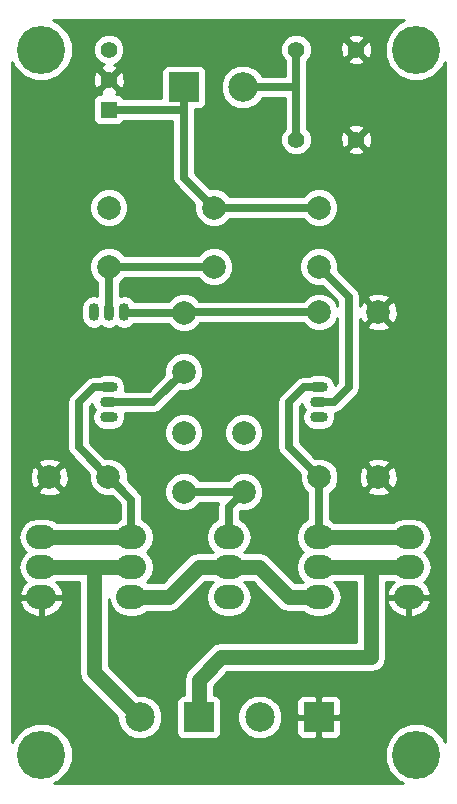
<source format=gtl>
G04 #@! TF.FileFunction,Copper,L1,Top,Signal*
%FSLAX46Y46*%
G04 Gerber Fmt 4.6, Leading zero omitted, Abs format (unit mm)*
G04 Created by KiCad (PCBNEW 4.0.2-stable) date 12/06/2016 3:02:18 PM*
%MOMM*%
G01*
G04 APERTURE LIST*
%ADD10C,0.100000*%
%ADD11C,1.998980*%
%ADD12O,2.540000X2.032000*%
%ADD13O,0.899160X1.501140*%
%ADD14O,1.501140X0.899160*%
%ADD15C,1.397000*%
%ADD16C,4.064000*%
%ADD17R,2.500000X2.500000*%
%ADD18C,2.500000*%
%ADD19R,1.397000X1.397000*%
%ADD20C,0.635000*%
%ADD21C,1.270000*%
%ADD22C,0.254000*%
G04 APERTURE END LIST*
D10*
D11*
X148590000Y-104180640D03*
X148590000Y-109181900D03*
X153670000Y-104180640D03*
X153670000Y-109181900D03*
D12*
X152400000Y-115570000D03*
X152400000Y-118110000D03*
X152400000Y-113030000D03*
X167640000Y-115570000D03*
X167640000Y-118110000D03*
X167640000Y-113030000D03*
D13*
X142240000Y-93980000D03*
X140970000Y-93980000D03*
X143510000Y-93980000D03*
D14*
X160020000Y-101600000D03*
X160020000Y-102870000D03*
X160020000Y-100330000D03*
D12*
X160020000Y-115570000D03*
X160020000Y-118110000D03*
X160020000Y-113030000D03*
X136525000Y-115570000D03*
X136525000Y-118110000D03*
X136525000Y-113030000D03*
X144145000Y-115570000D03*
X144145000Y-118110000D03*
X144145000Y-113030000D03*
D14*
X142240000Y-101600000D03*
X142240000Y-102870000D03*
X142240000Y-100330000D03*
D11*
X151130000Y-85130640D03*
X151130000Y-90131900D03*
X142240000Y-85130640D03*
X142240000Y-90131900D03*
X160060640Y-93980000D03*
X165061900Y-93980000D03*
X160020000Y-85130640D03*
X160020000Y-90131900D03*
X165059360Y-107950000D03*
X160058100Y-107950000D03*
X137200640Y-107950000D03*
X142201900Y-107950000D03*
X148590000Y-94020640D03*
X148590000Y-99021900D03*
D15*
X163195000Y-79375000D03*
X158115000Y-79375000D03*
X163195000Y-71755000D03*
X158115000Y-71755000D03*
D16*
X168275000Y-71755000D03*
X136525000Y-71755000D03*
X136525000Y-131445000D03*
X168275000Y-131445000D03*
D17*
X148590000Y-74930000D03*
D18*
X153590000Y-74930000D03*
D17*
X149860000Y-128270000D03*
D18*
X144860000Y-128270000D03*
D17*
X160020000Y-128270000D03*
D18*
X155020000Y-128270000D03*
D19*
X142240000Y-76835000D03*
D15*
X142240000Y-74295000D03*
X142240000Y-71755000D03*
D20*
X142240000Y-76835000D02*
X148590000Y-76835000D01*
X148590000Y-74930000D02*
X148590000Y-76835000D01*
X148590000Y-76835000D02*
X148590000Y-80010000D01*
X148590000Y-80010000D02*
X148590000Y-81915000D01*
X148590000Y-81915000D02*
X148590000Y-82590640D01*
X148590000Y-82590640D02*
X151130000Y-85130640D01*
X160020000Y-85130640D02*
X151130000Y-85130640D01*
X158115000Y-71755000D02*
X158115000Y-74930000D01*
X153590000Y-74930000D02*
X158115000Y-74930000D01*
X158115000Y-74930000D02*
X158115000Y-79375000D01*
D21*
X165059360Y-93982540D02*
X165061900Y-93980000D01*
X137200640Y-107950000D02*
X137160000Y-107950000D01*
X165061900Y-93980000D02*
X165061900Y-94018100D01*
X165100000Y-107988100D02*
X165061900Y-107950000D01*
D20*
X142240000Y-90131900D02*
X151130000Y-90131900D01*
X142240000Y-93980000D02*
X142240000Y-90131900D01*
X148590000Y-94020640D02*
X143550640Y-94020640D01*
X143550640Y-94020640D02*
X143510000Y-93980000D01*
X160060640Y-93980000D02*
X148630640Y-93980000D01*
X148630640Y-93980000D02*
X148590000Y-94020640D01*
X148590000Y-94020640D02*
X148671280Y-94020640D01*
X148549360Y-93980000D02*
X148590000Y-94020640D01*
X160020000Y-101600000D02*
X161290000Y-101600000D01*
X162560000Y-92671900D02*
X160020000Y-90131900D01*
X162560000Y-100330000D02*
X162560000Y-92671900D01*
X161290000Y-101600000D02*
X162560000Y-100330000D01*
X160020000Y-113030000D02*
X160020000Y-107988100D01*
X160020000Y-107988100D02*
X160058100Y-107950000D01*
X160058100Y-107950000D02*
X160020000Y-107950000D01*
X160020000Y-107950000D02*
X157480000Y-105410000D01*
X158750000Y-100330000D02*
X160020000Y-100330000D01*
X157480000Y-101600000D02*
X158750000Y-100330000D01*
X157480000Y-105410000D02*
X157480000Y-101600000D01*
D21*
X160020000Y-107988100D02*
X160058100Y-107950000D01*
X167640000Y-113030000D02*
X160020000Y-113030000D01*
D20*
X153670000Y-109181900D02*
X148590000Y-109181900D01*
X152400000Y-113030000D02*
X152400000Y-110451900D01*
X152400000Y-110451900D02*
X153670000Y-109181900D01*
X153670000Y-109181900D02*
X153670000Y-109220000D01*
X148590000Y-109220000D02*
X148590000Y-109181900D01*
X142240000Y-100330000D02*
X140970000Y-100330000D01*
X139700000Y-105448100D02*
X142201900Y-107950000D01*
X139700000Y-101600000D02*
X139700000Y-105448100D01*
X140970000Y-100330000D02*
X139700000Y-101600000D01*
X142201900Y-107950000D02*
X142240000Y-107950000D01*
X142240000Y-107950000D02*
X144145000Y-109855000D01*
X144145000Y-109855000D02*
X144145000Y-113030000D01*
D21*
X144145000Y-113030000D02*
X136525000Y-113030000D01*
D20*
X142240000Y-101600000D02*
X146011900Y-101600000D01*
X146011900Y-101600000D02*
X148590000Y-99021900D01*
D21*
X149860000Y-128270000D02*
X149860000Y-125095000D01*
X164465000Y-123190000D02*
X164465000Y-115570000D01*
X151765000Y-123190000D02*
X164465000Y-123190000D01*
X149860000Y-125095000D02*
X151765000Y-123190000D01*
X167640000Y-115570000D02*
X164465000Y-115570000D01*
X164465000Y-115570000D02*
X160020000Y-115570000D01*
X144860000Y-128270000D02*
X144780000Y-128270000D01*
X144780000Y-128270000D02*
X140970000Y-124460000D01*
X140970000Y-124460000D02*
X140970000Y-115570000D01*
X136525000Y-115570000D02*
X140970000Y-115570000D01*
X140970000Y-115570000D02*
X144145000Y-115570000D01*
X152400000Y-115570000D02*
X149860000Y-115570000D01*
X147320000Y-118110000D02*
X149860000Y-115570000D01*
X147320000Y-118110000D02*
X144145000Y-118110000D01*
X152400000Y-115570000D02*
X154940000Y-115570000D01*
X157480000Y-118110000D02*
X154940000Y-115570000D01*
X157480000Y-118110000D02*
X160020000Y-118110000D01*
D22*
G36*
X166766239Y-69492709D02*
X166015345Y-70242293D01*
X165608464Y-71222173D01*
X165607538Y-72283172D01*
X166012709Y-73263761D01*
X166762293Y-74014655D01*
X167742173Y-74421536D01*
X168803172Y-74422462D01*
X169783761Y-74017291D01*
X170534655Y-73267707D01*
X170715000Y-72833387D01*
X170715000Y-130366328D01*
X170537291Y-129936239D01*
X169787707Y-129185345D01*
X168807827Y-128778464D01*
X167746828Y-128777538D01*
X166766239Y-129182709D01*
X166015345Y-129932293D01*
X165608464Y-130912173D01*
X165607538Y-131973172D01*
X166012709Y-132953761D01*
X166762293Y-133704655D01*
X167196613Y-133885000D01*
X137603672Y-133885000D01*
X138033761Y-133707291D01*
X138784655Y-132957707D01*
X139191536Y-131977827D01*
X139192462Y-130916828D01*
X138787291Y-129936239D01*
X138037707Y-129185345D01*
X137057827Y-128778464D01*
X135996828Y-128777538D01*
X135016239Y-129182709D01*
X134265345Y-129932293D01*
X134085000Y-130366613D01*
X134085000Y-118492944D01*
X134665025Y-118492944D01*
X134697074Y-118624477D01*
X135013764Y-119187630D01*
X135521857Y-119586724D01*
X136144000Y-119761000D01*
X136398000Y-119761000D01*
X136398000Y-118237000D01*
X136652000Y-118237000D01*
X136652000Y-119761000D01*
X136906000Y-119761000D01*
X137528143Y-119586724D01*
X138036236Y-119187630D01*
X138352926Y-118624477D01*
X138384975Y-118492944D01*
X138265836Y-118237000D01*
X136652000Y-118237000D01*
X136398000Y-118237000D01*
X134784164Y-118237000D01*
X134665025Y-118492944D01*
X134085000Y-118492944D01*
X134085000Y-113030000D01*
X134582679Y-113030000D01*
X134708354Y-113661810D01*
X135066246Y-114197433D01*
X135219748Y-114300000D01*
X135066246Y-114402567D01*
X134708354Y-114938190D01*
X134582679Y-115570000D01*
X134708354Y-116201810D01*
X135066246Y-116737433D01*
X135240781Y-116854054D01*
X135013764Y-117032370D01*
X134697074Y-117595523D01*
X134665025Y-117727056D01*
X134784164Y-117983000D01*
X136398000Y-117983000D01*
X136398000Y-117963000D01*
X136652000Y-117963000D01*
X136652000Y-117983000D01*
X138265836Y-117983000D01*
X138384975Y-117727056D01*
X138352926Y-117595523D01*
X138036236Y-117032370D01*
X137809219Y-116854054D01*
X137830252Y-116840000D01*
X139700000Y-116840000D01*
X139700000Y-124459995D01*
X139699999Y-124460000D01*
X139796673Y-124946008D01*
X140071974Y-125358026D01*
X142975007Y-128261059D01*
X142974674Y-128643305D01*
X143261043Y-129336372D01*
X143790839Y-129867093D01*
X144483405Y-130154672D01*
X145233305Y-130155326D01*
X145926372Y-129868957D01*
X146457093Y-129339161D01*
X146744672Y-128646595D01*
X146745326Y-127896695D01*
X146458957Y-127203628D01*
X145929161Y-126672907D01*
X145236595Y-126385328D01*
X144690903Y-126384852D01*
X142240000Y-123933948D01*
X142240000Y-118297625D01*
X142328354Y-118741810D01*
X142686246Y-119277433D01*
X143221869Y-119635325D01*
X143853679Y-119761000D01*
X144436321Y-119761000D01*
X145068131Y-119635325D01*
X145450252Y-119380000D01*
X147319995Y-119380000D01*
X147320000Y-119380001D01*
X147806008Y-119283327D01*
X148218026Y-119008026D01*
X150386051Y-116840000D01*
X151094748Y-116840000D01*
X150941246Y-116942567D01*
X150583354Y-117478190D01*
X150457679Y-118110000D01*
X150583354Y-118741810D01*
X150941246Y-119277433D01*
X151476869Y-119635325D01*
X152108679Y-119761000D01*
X152691321Y-119761000D01*
X153323131Y-119635325D01*
X153858754Y-119277433D01*
X154216646Y-118741810D01*
X154342321Y-118110000D01*
X154216646Y-117478190D01*
X153858754Y-116942567D01*
X153705252Y-116840000D01*
X154413948Y-116840000D01*
X156581972Y-119008023D01*
X156581974Y-119008026D01*
X156993992Y-119283327D01*
X157480000Y-119380000D01*
X158714748Y-119380000D01*
X159096869Y-119635325D01*
X159728679Y-119761000D01*
X160311321Y-119761000D01*
X160943131Y-119635325D01*
X161478754Y-119277433D01*
X161836646Y-118741810D01*
X161962321Y-118110000D01*
X161836646Y-117478190D01*
X161478754Y-116942567D01*
X161325252Y-116840000D01*
X163195000Y-116840000D01*
X163195000Y-121920000D01*
X151765005Y-121920000D01*
X151765000Y-121919999D01*
X151278992Y-122016673D01*
X150866974Y-122291974D01*
X150866972Y-122291977D01*
X148961974Y-124196974D01*
X148686673Y-124608992D01*
X148589999Y-125095000D01*
X148590000Y-125095005D01*
X148590000Y-126376323D01*
X148374683Y-126416838D01*
X148158559Y-126555910D01*
X148013569Y-126768110D01*
X147962560Y-127020000D01*
X147962560Y-129520000D01*
X148006838Y-129755317D01*
X148145910Y-129971441D01*
X148358110Y-130116431D01*
X148610000Y-130167440D01*
X151110000Y-130167440D01*
X151345317Y-130123162D01*
X151561441Y-129984090D01*
X151706431Y-129771890D01*
X151757440Y-129520000D01*
X151757440Y-128643305D01*
X153134674Y-128643305D01*
X153421043Y-129336372D01*
X153950839Y-129867093D01*
X154643405Y-130154672D01*
X155393305Y-130155326D01*
X156086372Y-129868957D01*
X156617093Y-129339161D01*
X156904672Y-128646595D01*
X156904751Y-128555750D01*
X158135000Y-128555750D01*
X158135000Y-129646310D01*
X158231673Y-129879699D01*
X158410302Y-130058327D01*
X158643691Y-130155000D01*
X159734250Y-130155000D01*
X159893000Y-129996250D01*
X159893000Y-128397000D01*
X160147000Y-128397000D01*
X160147000Y-129996250D01*
X160305750Y-130155000D01*
X161396309Y-130155000D01*
X161629698Y-130058327D01*
X161808327Y-129879699D01*
X161905000Y-129646310D01*
X161905000Y-128555750D01*
X161746250Y-128397000D01*
X160147000Y-128397000D01*
X159893000Y-128397000D01*
X158293750Y-128397000D01*
X158135000Y-128555750D01*
X156904751Y-128555750D01*
X156905326Y-127896695D01*
X156618957Y-127203628D01*
X156309560Y-126893690D01*
X158135000Y-126893690D01*
X158135000Y-127984250D01*
X158293750Y-128143000D01*
X159893000Y-128143000D01*
X159893000Y-126543750D01*
X160147000Y-126543750D01*
X160147000Y-128143000D01*
X161746250Y-128143000D01*
X161905000Y-127984250D01*
X161905000Y-126893690D01*
X161808327Y-126660301D01*
X161629698Y-126481673D01*
X161396309Y-126385000D01*
X160305750Y-126385000D01*
X160147000Y-126543750D01*
X159893000Y-126543750D01*
X159734250Y-126385000D01*
X158643691Y-126385000D01*
X158410302Y-126481673D01*
X158231673Y-126660301D01*
X158135000Y-126893690D01*
X156309560Y-126893690D01*
X156089161Y-126672907D01*
X155396595Y-126385328D01*
X154646695Y-126384674D01*
X153953628Y-126671043D01*
X153422907Y-127200839D01*
X153135328Y-127893405D01*
X153134674Y-128643305D01*
X151757440Y-128643305D01*
X151757440Y-127020000D01*
X151713162Y-126784683D01*
X151574090Y-126568559D01*
X151361890Y-126423569D01*
X151130000Y-126376610D01*
X151130000Y-125621052D01*
X152291051Y-124460000D01*
X164465000Y-124460000D01*
X164951008Y-124363327D01*
X165363026Y-124088026D01*
X165638327Y-123676008D01*
X165735000Y-123190000D01*
X165735000Y-118492944D01*
X165780025Y-118492944D01*
X165812074Y-118624477D01*
X166128764Y-119187630D01*
X166636857Y-119586724D01*
X167259000Y-119761000D01*
X167513000Y-119761000D01*
X167513000Y-118237000D01*
X167767000Y-118237000D01*
X167767000Y-119761000D01*
X168021000Y-119761000D01*
X168643143Y-119586724D01*
X169151236Y-119187630D01*
X169467926Y-118624477D01*
X169499975Y-118492944D01*
X169380836Y-118237000D01*
X167767000Y-118237000D01*
X167513000Y-118237000D01*
X165899164Y-118237000D01*
X165780025Y-118492944D01*
X165735000Y-118492944D01*
X165735000Y-116840000D01*
X166334748Y-116840000D01*
X166355781Y-116854054D01*
X166128764Y-117032370D01*
X165812074Y-117595523D01*
X165780025Y-117727056D01*
X165899164Y-117983000D01*
X167513000Y-117983000D01*
X167513000Y-117963000D01*
X167767000Y-117963000D01*
X167767000Y-117983000D01*
X169380836Y-117983000D01*
X169499975Y-117727056D01*
X169467926Y-117595523D01*
X169151236Y-117032370D01*
X168924219Y-116854054D01*
X169098754Y-116737433D01*
X169456646Y-116201810D01*
X169582321Y-115570000D01*
X169456646Y-114938190D01*
X169098754Y-114402567D01*
X168945252Y-114300000D01*
X169098754Y-114197433D01*
X169456646Y-113661810D01*
X169582321Y-113030000D01*
X169456646Y-112398190D01*
X169098754Y-111862567D01*
X168563131Y-111504675D01*
X167931321Y-111379000D01*
X167348679Y-111379000D01*
X166716869Y-111504675D01*
X166334748Y-111760000D01*
X161325252Y-111760000D01*
X160972500Y-111524299D01*
X160972500Y-109340699D01*
X160982755Y-109336462D01*
X161217463Y-109102163D01*
X164086803Y-109102163D01*
X164185402Y-109368965D01*
X164794942Y-109595401D01*
X165444737Y-109571341D01*
X165933318Y-109368965D01*
X166031917Y-109102163D01*
X165059360Y-108129605D01*
X164086803Y-109102163D01*
X161217463Y-109102163D01*
X161442946Y-108877073D01*
X161692306Y-108276547D01*
X161692822Y-107685582D01*
X163413959Y-107685582D01*
X163438019Y-108335377D01*
X163640395Y-108823958D01*
X163907197Y-108922557D01*
X164879755Y-107950000D01*
X165238965Y-107950000D01*
X166211523Y-108922557D01*
X166478325Y-108823958D01*
X166704761Y-108214418D01*
X166680701Y-107564623D01*
X166478325Y-107076042D01*
X166211523Y-106977443D01*
X165238965Y-107950000D01*
X164879755Y-107950000D01*
X163907197Y-106977443D01*
X163640395Y-107076042D01*
X163413959Y-107685582D01*
X161692822Y-107685582D01*
X161692874Y-107626306D01*
X161444562Y-107025345D01*
X161217451Y-106797837D01*
X164086803Y-106797837D01*
X165059360Y-107770395D01*
X166031917Y-106797837D01*
X165933318Y-106531035D01*
X165323778Y-106304599D01*
X164673983Y-106328659D01*
X164185402Y-106531035D01*
X164086803Y-106797837D01*
X161217451Y-106797837D01*
X160985173Y-106565154D01*
X160384647Y-106315794D01*
X159734406Y-106315226D01*
X159732891Y-106315852D01*
X158432500Y-105015462D01*
X158432500Y-101994538D01*
X158643744Y-101783294D01*
X158689844Y-102015051D01*
X158836809Y-102235000D01*
X158689844Y-102454949D01*
X158607285Y-102870000D01*
X158689844Y-103285051D01*
X158924951Y-103636914D01*
X159276814Y-103872021D01*
X159691865Y-103954580D01*
X160348135Y-103954580D01*
X160763186Y-103872021D01*
X161115049Y-103636914D01*
X161350156Y-103285051D01*
X161432715Y-102870000D01*
X161366532Y-102537277D01*
X161654506Y-102479995D01*
X161963519Y-102273519D01*
X163233519Y-101003519D01*
X163439995Y-100694506D01*
X163512500Y-100330000D01*
X163512500Y-95132163D01*
X164089343Y-95132163D01*
X164187942Y-95398965D01*
X164797482Y-95625401D01*
X165447277Y-95601341D01*
X165935858Y-95398965D01*
X166034457Y-95132163D01*
X165061900Y-94159605D01*
X164089343Y-95132163D01*
X163512500Y-95132163D01*
X163512500Y-94539059D01*
X163642935Y-94853958D01*
X163909737Y-94952557D01*
X164882295Y-93980000D01*
X165241505Y-93980000D01*
X166214063Y-94952557D01*
X166480865Y-94853958D01*
X166707301Y-94244418D01*
X166683241Y-93594623D01*
X166480865Y-93106042D01*
X166214063Y-93007443D01*
X165241505Y-93980000D01*
X164882295Y-93980000D01*
X163909737Y-93007443D01*
X163642935Y-93106042D01*
X163512500Y-93457158D01*
X163512500Y-92827837D01*
X164089343Y-92827837D01*
X165061900Y-93800395D01*
X166034457Y-92827837D01*
X165935858Y-92561035D01*
X165326318Y-92334599D01*
X164676523Y-92358659D01*
X164187942Y-92561035D01*
X164089343Y-92827837D01*
X163512500Y-92827837D01*
X163512500Y-92671900D01*
X163439995Y-92307394D01*
X163233519Y-91998380D01*
X161654240Y-90419102D01*
X161654774Y-89808206D01*
X161406462Y-89207245D01*
X160947073Y-88747054D01*
X160346547Y-88497694D01*
X159696306Y-88497126D01*
X159095345Y-88745438D01*
X158635154Y-89204827D01*
X158385794Y-89805353D01*
X158385226Y-90455594D01*
X158633538Y-91056555D01*
X159092927Y-91516746D01*
X159693453Y-91766106D01*
X160307704Y-91766643D01*
X161607500Y-93066439D01*
X161607500Y-93443538D01*
X161447102Y-93055345D01*
X160987713Y-92595154D01*
X160387187Y-92345794D01*
X159736946Y-92345226D01*
X159135985Y-92593538D01*
X158701265Y-93027500D01*
X149908096Y-93027500D01*
X149517073Y-92635794D01*
X148916547Y-92386434D01*
X148266306Y-92385866D01*
X147665345Y-92634178D01*
X147230625Y-93068140D01*
X144399317Y-93068140D01*
X144276914Y-92884951D01*
X143925051Y-92649844D01*
X143510000Y-92567285D01*
X143192500Y-92630440D01*
X143192500Y-91490566D01*
X143599375Y-91084400D01*
X149771334Y-91084400D01*
X150202927Y-91516746D01*
X150803453Y-91766106D01*
X151453694Y-91766674D01*
X152054655Y-91518362D01*
X152514846Y-91058973D01*
X152764206Y-90458447D01*
X152764774Y-89808206D01*
X152516462Y-89207245D01*
X152057073Y-88747054D01*
X151456547Y-88497694D01*
X150806306Y-88497126D01*
X150205345Y-88745438D01*
X149770625Y-89179400D01*
X143598666Y-89179400D01*
X143167073Y-88747054D01*
X142566547Y-88497694D01*
X141916306Y-88497126D01*
X141315345Y-88745438D01*
X140855154Y-89204827D01*
X140605794Y-89805353D01*
X140605226Y-90455594D01*
X140853538Y-91056555D01*
X141287500Y-91491275D01*
X141287500Y-92630440D01*
X140970000Y-92567285D01*
X140554949Y-92649844D01*
X140203086Y-92884951D01*
X139967979Y-93236814D01*
X139885420Y-93651865D01*
X139885420Y-94308135D01*
X139967979Y-94723186D01*
X140203086Y-95075049D01*
X140554949Y-95310156D01*
X140970000Y-95392715D01*
X141385051Y-95310156D01*
X141605000Y-95163191D01*
X141824949Y-95310156D01*
X142240000Y-95392715D01*
X142655051Y-95310156D01*
X142875000Y-95163191D01*
X143094949Y-95310156D01*
X143510000Y-95392715D01*
X143925051Y-95310156D01*
X144276914Y-95075049D01*
X144345007Y-94973140D01*
X147231334Y-94973140D01*
X147662927Y-95405486D01*
X148263453Y-95654846D01*
X148913694Y-95655414D01*
X149514655Y-95407102D01*
X149974846Y-94947713D01*
X149981163Y-94932500D01*
X158701974Y-94932500D01*
X159133567Y-95364846D01*
X159734093Y-95614206D01*
X160384334Y-95614774D01*
X160985295Y-95366462D01*
X161445486Y-94907073D01*
X161607500Y-94516900D01*
X161607500Y-99935462D01*
X161396256Y-100146706D01*
X161350156Y-99914949D01*
X161115049Y-99563086D01*
X160763186Y-99327979D01*
X160348135Y-99245420D01*
X159691865Y-99245420D01*
X159276814Y-99327979D01*
X159202700Y-99377500D01*
X158750000Y-99377500D01*
X158385494Y-99450005D01*
X158076481Y-99656481D01*
X156806481Y-100926481D01*
X156600005Y-101235494D01*
X156527500Y-101600000D01*
X156527500Y-105410000D01*
X156600005Y-105774506D01*
X156806481Y-106083519D01*
X158423826Y-107700865D01*
X158423326Y-108273694D01*
X158671638Y-108874655D01*
X159067500Y-109271208D01*
X159067500Y-111524299D01*
X158561246Y-111862567D01*
X158203354Y-112398190D01*
X158077679Y-113030000D01*
X158203354Y-113661810D01*
X158561246Y-114197433D01*
X158714748Y-114300000D01*
X158561246Y-114402567D01*
X158203354Y-114938190D01*
X158077679Y-115570000D01*
X158203354Y-116201810D01*
X158561246Y-116737433D01*
X158714748Y-116840000D01*
X158006051Y-116840000D01*
X155838026Y-114671974D01*
X155426008Y-114396673D01*
X154940000Y-114299999D01*
X154939995Y-114300000D01*
X153705252Y-114300000D01*
X153858754Y-114197433D01*
X154216646Y-113661810D01*
X154342321Y-113030000D01*
X154216646Y-112398190D01*
X153858754Y-111862567D01*
X153352500Y-111524299D01*
X153352500Y-110846438D01*
X153382798Y-110816140D01*
X153993694Y-110816674D01*
X154594655Y-110568362D01*
X155054846Y-110108973D01*
X155304206Y-109508447D01*
X155304774Y-108858206D01*
X155056462Y-108257245D01*
X154597073Y-107797054D01*
X153996547Y-107547694D01*
X153346306Y-107547126D01*
X152745345Y-107795438D01*
X152310625Y-108229400D01*
X149948666Y-108229400D01*
X149517073Y-107797054D01*
X148916547Y-107547694D01*
X148266306Y-107547126D01*
X147665345Y-107795438D01*
X147205154Y-108254827D01*
X146955794Y-108855353D01*
X146955226Y-109505594D01*
X147203538Y-110106555D01*
X147662927Y-110566746D01*
X148263453Y-110816106D01*
X148913694Y-110816674D01*
X149514655Y-110568362D01*
X149949375Y-110134400D01*
X151510655Y-110134400D01*
X151447500Y-110451900D01*
X151447500Y-111524299D01*
X150941246Y-111862567D01*
X150583354Y-112398190D01*
X150457679Y-113030000D01*
X150583354Y-113661810D01*
X150941246Y-114197433D01*
X151094748Y-114300000D01*
X149860000Y-114300000D01*
X149373992Y-114396673D01*
X148961974Y-114671974D01*
X148961972Y-114671977D01*
X146793948Y-116840000D01*
X145450252Y-116840000D01*
X145603754Y-116737433D01*
X145961646Y-116201810D01*
X146087321Y-115570000D01*
X145961646Y-114938190D01*
X145603754Y-114402567D01*
X145450252Y-114300000D01*
X145603754Y-114197433D01*
X145961646Y-113661810D01*
X146087321Y-113030000D01*
X145961646Y-112398190D01*
X145603754Y-111862567D01*
X145097500Y-111524299D01*
X145097500Y-109855000D01*
X145024995Y-109490494D01*
X144818519Y-109181481D01*
X143836174Y-108199136D01*
X143836674Y-107626306D01*
X143588362Y-107025345D01*
X143128973Y-106565154D01*
X142528447Y-106315794D01*
X141914195Y-106315257D01*
X140652500Y-105053562D01*
X140652500Y-104504334D01*
X146955226Y-104504334D01*
X147203538Y-105105295D01*
X147662927Y-105565486D01*
X148263453Y-105814846D01*
X148913694Y-105815414D01*
X149514655Y-105567102D01*
X149974846Y-105107713D01*
X150224206Y-104507187D01*
X150224208Y-104504334D01*
X152035226Y-104504334D01*
X152283538Y-105105295D01*
X152742927Y-105565486D01*
X153343453Y-105814846D01*
X153993694Y-105815414D01*
X154594655Y-105567102D01*
X155054846Y-105107713D01*
X155304206Y-104507187D01*
X155304774Y-103856946D01*
X155056462Y-103255985D01*
X154597073Y-102795794D01*
X153996547Y-102546434D01*
X153346306Y-102545866D01*
X152745345Y-102794178D01*
X152285154Y-103253567D01*
X152035794Y-103854093D01*
X152035226Y-104504334D01*
X150224208Y-104504334D01*
X150224774Y-103856946D01*
X149976462Y-103255985D01*
X149517073Y-102795794D01*
X148916547Y-102546434D01*
X148266306Y-102545866D01*
X147665345Y-102794178D01*
X147205154Y-103253567D01*
X146955794Y-103854093D01*
X146955226Y-104504334D01*
X140652500Y-104504334D01*
X140652500Y-101994538D01*
X140863744Y-101783294D01*
X140909844Y-102015051D01*
X141056809Y-102235000D01*
X140909844Y-102454949D01*
X140827285Y-102870000D01*
X140909844Y-103285051D01*
X141144951Y-103636914D01*
X141496814Y-103872021D01*
X141911865Y-103954580D01*
X142568135Y-103954580D01*
X142983186Y-103872021D01*
X143335049Y-103636914D01*
X143570156Y-103285051D01*
X143652715Y-102870000D01*
X143589560Y-102552500D01*
X146011900Y-102552500D01*
X146376406Y-102479995D01*
X146685419Y-102273519D01*
X148302798Y-100656140D01*
X148913694Y-100656674D01*
X149514655Y-100408362D01*
X149974846Y-99948973D01*
X150224206Y-99348447D01*
X150224774Y-98698206D01*
X149976462Y-98097245D01*
X149517073Y-97637054D01*
X148916547Y-97387694D01*
X148266306Y-97387126D01*
X147665345Y-97635438D01*
X147205154Y-98094827D01*
X146955794Y-98695353D01*
X146955257Y-99309605D01*
X145617362Y-100647500D01*
X143589560Y-100647500D01*
X143652715Y-100330000D01*
X143570156Y-99914949D01*
X143335049Y-99563086D01*
X142983186Y-99327979D01*
X142568135Y-99245420D01*
X141911865Y-99245420D01*
X141496814Y-99327979D01*
X141422700Y-99377500D01*
X140970000Y-99377500D01*
X140605494Y-99450005D01*
X140296481Y-99656481D01*
X139026481Y-100926481D01*
X138820005Y-101235494D01*
X138747500Y-101600000D01*
X138747500Y-105448100D01*
X138820005Y-105812606D01*
X139026481Y-106121619D01*
X140567660Y-107662798D01*
X140567126Y-108273694D01*
X140815438Y-108874655D01*
X141274827Y-109334846D01*
X141875353Y-109584206D01*
X142525594Y-109584774D01*
X142527110Y-109584148D01*
X143192500Y-110249538D01*
X143192500Y-111524299D01*
X142839748Y-111760000D01*
X137830252Y-111760000D01*
X137448131Y-111504675D01*
X136816321Y-111379000D01*
X136233679Y-111379000D01*
X135601869Y-111504675D01*
X135066246Y-111862567D01*
X134708354Y-112398190D01*
X134582679Y-113030000D01*
X134085000Y-113030000D01*
X134085000Y-109102163D01*
X136228083Y-109102163D01*
X136326682Y-109368965D01*
X136936222Y-109595401D01*
X137586017Y-109571341D01*
X138074598Y-109368965D01*
X138173197Y-109102163D01*
X137200640Y-108129605D01*
X136228083Y-109102163D01*
X134085000Y-109102163D01*
X134085000Y-107685582D01*
X135555239Y-107685582D01*
X135579299Y-108335377D01*
X135781675Y-108823958D01*
X136048477Y-108922557D01*
X137021035Y-107950000D01*
X137380245Y-107950000D01*
X138352803Y-108922557D01*
X138619605Y-108823958D01*
X138846041Y-108214418D01*
X138821981Y-107564623D01*
X138619605Y-107076042D01*
X138352803Y-106977443D01*
X137380245Y-107950000D01*
X137021035Y-107950000D01*
X136048477Y-106977443D01*
X135781675Y-107076042D01*
X135555239Y-107685582D01*
X134085000Y-107685582D01*
X134085000Y-106797837D01*
X136228083Y-106797837D01*
X137200640Y-107770395D01*
X138173197Y-106797837D01*
X138074598Y-106531035D01*
X137465058Y-106304599D01*
X136815263Y-106328659D01*
X136326682Y-106531035D01*
X136228083Y-106797837D01*
X134085000Y-106797837D01*
X134085000Y-85454334D01*
X140605226Y-85454334D01*
X140853538Y-86055295D01*
X141312927Y-86515486D01*
X141913453Y-86764846D01*
X142563694Y-86765414D01*
X143164655Y-86517102D01*
X143624846Y-86057713D01*
X143874206Y-85457187D01*
X143874774Y-84806946D01*
X143626462Y-84205985D01*
X143167073Y-83745794D01*
X142566547Y-83496434D01*
X141916306Y-83495866D01*
X141315345Y-83744178D01*
X140855154Y-84203567D01*
X140605794Y-84804093D01*
X140605226Y-85454334D01*
X134085000Y-85454334D01*
X134085000Y-76136500D01*
X140894060Y-76136500D01*
X140894060Y-77533500D01*
X140938338Y-77768817D01*
X141077410Y-77984941D01*
X141289610Y-78129931D01*
X141541500Y-78180940D01*
X142938500Y-78180940D01*
X143173817Y-78136662D01*
X143389941Y-77997590D01*
X143533489Y-77787500D01*
X147637500Y-77787500D01*
X147637500Y-82590640D01*
X147710005Y-82955146D01*
X147916481Y-83264159D01*
X149495760Y-84843438D01*
X149495226Y-85454334D01*
X149743538Y-86055295D01*
X150202927Y-86515486D01*
X150803453Y-86764846D01*
X151453694Y-86765414D01*
X152054655Y-86517102D01*
X152489375Y-86083140D01*
X158661334Y-86083140D01*
X159092927Y-86515486D01*
X159693453Y-86764846D01*
X160343694Y-86765414D01*
X160944655Y-86517102D01*
X161404846Y-86057713D01*
X161654206Y-85457187D01*
X161654774Y-84806946D01*
X161406462Y-84205985D01*
X160947073Y-83745794D01*
X160346547Y-83496434D01*
X159696306Y-83495866D01*
X159095345Y-83744178D01*
X158660625Y-84178140D01*
X152488666Y-84178140D01*
X152057073Y-83745794D01*
X151456547Y-83496434D01*
X150842296Y-83495897D01*
X149542500Y-82196102D01*
X149542500Y-76827440D01*
X149840000Y-76827440D01*
X150075317Y-76783162D01*
X150291441Y-76644090D01*
X150436431Y-76431890D01*
X150487440Y-76180000D01*
X150487440Y-75303305D01*
X151704674Y-75303305D01*
X151991043Y-75996372D01*
X152520839Y-76527093D01*
X153213405Y-76814672D01*
X153963305Y-76815326D01*
X154656372Y-76528957D01*
X155187093Y-75999161D01*
X155235535Y-75882500D01*
X157162500Y-75882500D01*
X157162500Y-78441629D01*
X156985173Y-78618647D01*
X156781732Y-79108587D01*
X156781269Y-79639086D01*
X156983854Y-80129380D01*
X157358647Y-80504827D01*
X157848587Y-80708268D01*
X158379086Y-80708731D01*
X158869380Y-80506146D01*
X159066681Y-80309188D01*
X162440417Y-80309188D01*
X162502071Y-80544800D01*
X163002480Y-80720927D01*
X163532199Y-80692148D01*
X163887929Y-80544800D01*
X163949583Y-80309188D01*
X163195000Y-79554605D01*
X162440417Y-80309188D01*
X159066681Y-80309188D01*
X159244827Y-80131353D01*
X159448268Y-79641413D01*
X159448668Y-79182480D01*
X161849073Y-79182480D01*
X161877852Y-79712199D01*
X162025200Y-80067929D01*
X162260812Y-80129583D01*
X163015395Y-79375000D01*
X163374605Y-79375000D01*
X164129188Y-80129583D01*
X164364800Y-80067929D01*
X164540927Y-79567520D01*
X164512148Y-79037801D01*
X164364800Y-78682071D01*
X164129188Y-78620417D01*
X163374605Y-79375000D01*
X163015395Y-79375000D01*
X162260812Y-78620417D01*
X162025200Y-78682071D01*
X161849073Y-79182480D01*
X159448668Y-79182480D01*
X159448731Y-79110914D01*
X159246146Y-78620620D01*
X159067500Y-78441662D01*
X159067500Y-78440812D01*
X162440417Y-78440812D01*
X163195000Y-79195395D01*
X163949583Y-78440812D01*
X163887929Y-78205200D01*
X163387520Y-78029073D01*
X162857801Y-78057852D01*
X162502071Y-78205200D01*
X162440417Y-78440812D01*
X159067500Y-78440812D01*
X159067500Y-72689188D01*
X162440417Y-72689188D01*
X162502071Y-72924800D01*
X163002480Y-73100927D01*
X163532199Y-73072148D01*
X163887929Y-72924800D01*
X163949583Y-72689188D01*
X163195000Y-71934605D01*
X162440417Y-72689188D01*
X159067500Y-72689188D01*
X159067500Y-72688371D01*
X159244827Y-72511353D01*
X159448268Y-72021413D01*
X159448668Y-71562480D01*
X161849073Y-71562480D01*
X161877852Y-72092199D01*
X162025200Y-72447929D01*
X162260812Y-72509583D01*
X163015395Y-71755000D01*
X163374605Y-71755000D01*
X164129188Y-72509583D01*
X164364800Y-72447929D01*
X164540927Y-71947520D01*
X164512148Y-71417801D01*
X164364800Y-71062071D01*
X164129188Y-71000417D01*
X163374605Y-71755000D01*
X163015395Y-71755000D01*
X162260812Y-71000417D01*
X162025200Y-71062071D01*
X161849073Y-71562480D01*
X159448668Y-71562480D01*
X159448731Y-71490914D01*
X159246146Y-71000620D01*
X159066652Y-70820812D01*
X162440417Y-70820812D01*
X163195000Y-71575395D01*
X163949583Y-70820812D01*
X163887929Y-70585200D01*
X163387520Y-70409073D01*
X162857801Y-70437852D01*
X162502071Y-70585200D01*
X162440417Y-70820812D01*
X159066652Y-70820812D01*
X158871353Y-70625173D01*
X158381413Y-70421732D01*
X157850914Y-70421269D01*
X157360620Y-70623854D01*
X156985173Y-70998647D01*
X156781732Y-71488587D01*
X156781269Y-72019086D01*
X156983854Y-72509380D01*
X157162500Y-72688338D01*
X157162500Y-73977500D01*
X155236008Y-73977500D01*
X155188957Y-73863628D01*
X154659161Y-73332907D01*
X153966595Y-73045328D01*
X153216695Y-73044674D01*
X152523628Y-73331043D01*
X151992907Y-73860839D01*
X151705328Y-74553405D01*
X151704674Y-75303305D01*
X150487440Y-75303305D01*
X150487440Y-73680000D01*
X150443162Y-73444683D01*
X150304090Y-73228559D01*
X150091890Y-73083569D01*
X149840000Y-73032560D01*
X147340000Y-73032560D01*
X147104683Y-73076838D01*
X146888559Y-73215910D01*
X146743569Y-73428110D01*
X146692560Y-73680000D01*
X146692560Y-75882500D01*
X143529640Y-75882500D01*
X143402590Y-75685059D01*
X143190390Y-75540069D01*
X142938500Y-75489060D01*
X142874360Y-75489060D01*
X142932929Y-75464800D01*
X142994583Y-75229188D01*
X142240000Y-74474605D01*
X141485417Y-75229188D01*
X141547071Y-75464800D01*
X141615998Y-75489060D01*
X141541500Y-75489060D01*
X141306183Y-75533338D01*
X141090059Y-75672410D01*
X140945069Y-75884610D01*
X140894060Y-76136500D01*
X134085000Y-76136500D01*
X134085000Y-72833672D01*
X134262709Y-73263761D01*
X135012293Y-74014655D01*
X135992173Y-74421536D01*
X137053172Y-74422462D01*
X137827587Y-74102480D01*
X140894073Y-74102480D01*
X140922852Y-74632199D01*
X141070200Y-74987929D01*
X141305812Y-75049583D01*
X142060395Y-74295000D01*
X142419605Y-74295000D01*
X143174188Y-75049583D01*
X143409800Y-74987929D01*
X143585927Y-74487520D01*
X143557148Y-73957801D01*
X143409800Y-73602071D01*
X143174188Y-73540417D01*
X142419605Y-74295000D01*
X142060395Y-74295000D01*
X141305812Y-73540417D01*
X141070200Y-73602071D01*
X140894073Y-74102480D01*
X137827587Y-74102480D01*
X138033761Y-74017291D01*
X138784655Y-73267707D01*
X139191536Y-72287827D01*
X139191770Y-72019086D01*
X140906269Y-72019086D01*
X141108854Y-72509380D01*
X141483647Y-72884827D01*
X141805118Y-73018314D01*
X141547071Y-73125200D01*
X141485417Y-73360812D01*
X142240000Y-74115395D01*
X142994583Y-73360812D01*
X142932929Y-73125200D01*
X142653688Y-73026917D01*
X142994380Y-72886146D01*
X143369827Y-72511353D01*
X143573268Y-72021413D01*
X143573731Y-71490914D01*
X143371146Y-71000620D01*
X142996353Y-70625173D01*
X142506413Y-70421732D01*
X141975914Y-70421269D01*
X141485620Y-70623854D01*
X141110173Y-70998647D01*
X140906732Y-71488587D01*
X140906269Y-72019086D01*
X139191770Y-72019086D01*
X139192462Y-71226828D01*
X138787291Y-70246239D01*
X138037707Y-69495345D01*
X137543180Y-69290000D01*
X167256832Y-69290000D01*
X166766239Y-69492709D01*
X166766239Y-69492709D01*
G37*
X166766239Y-69492709D02*
X166015345Y-70242293D01*
X165608464Y-71222173D01*
X165607538Y-72283172D01*
X166012709Y-73263761D01*
X166762293Y-74014655D01*
X167742173Y-74421536D01*
X168803172Y-74422462D01*
X169783761Y-74017291D01*
X170534655Y-73267707D01*
X170715000Y-72833387D01*
X170715000Y-130366328D01*
X170537291Y-129936239D01*
X169787707Y-129185345D01*
X168807827Y-128778464D01*
X167746828Y-128777538D01*
X166766239Y-129182709D01*
X166015345Y-129932293D01*
X165608464Y-130912173D01*
X165607538Y-131973172D01*
X166012709Y-132953761D01*
X166762293Y-133704655D01*
X167196613Y-133885000D01*
X137603672Y-133885000D01*
X138033761Y-133707291D01*
X138784655Y-132957707D01*
X139191536Y-131977827D01*
X139192462Y-130916828D01*
X138787291Y-129936239D01*
X138037707Y-129185345D01*
X137057827Y-128778464D01*
X135996828Y-128777538D01*
X135016239Y-129182709D01*
X134265345Y-129932293D01*
X134085000Y-130366613D01*
X134085000Y-118492944D01*
X134665025Y-118492944D01*
X134697074Y-118624477D01*
X135013764Y-119187630D01*
X135521857Y-119586724D01*
X136144000Y-119761000D01*
X136398000Y-119761000D01*
X136398000Y-118237000D01*
X136652000Y-118237000D01*
X136652000Y-119761000D01*
X136906000Y-119761000D01*
X137528143Y-119586724D01*
X138036236Y-119187630D01*
X138352926Y-118624477D01*
X138384975Y-118492944D01*
X138265836Y-118237000D01*
X136652000Y-118237000D01*
X136398000Y-118237000D01*
X134784164Y-118237000D01*
X134665025Y-118492944D01*
X134085000Y-118492944D01*
X134085000Y-113030000D01*
X134582679Y-113030000D01*
X134708354Y-113661810D01*
X135066246Y-114197433D01*
X135219748Y-114300000D01*
X135066246Y-114402567D01*
X134708354Y-114938190D01*
X134582679Y-115570000D01*
X134708354Y-116201810D01*
X135066246Y-116737433D01*
X135240781Y-116854054D01*
X135013764Y-117032370D01*
X134697074Y-117595523D01*
X134665025Y-117727056D01*
X134784164Y-117983000D01*
X136398000Y-117983000D01*
X136398000Y-117963000D01*
X136652000Y-117963000D01*
X136652000Y-117983000D01*
X138265836Y-117983000D01*
X138384975Y-117727056D01*
X138352926Y-117595523D01*
X138036236Y-117032370D01*
X137809219Y-116854054D01*
X137830252Y-116840000D01*
X139700000Y-116840000D01*
X139700000Y-124459995D01*
X139699999Y-124460000D01*
X139796673Y-124946008D01*
X140071974Y-125358026D01*
X142975007Y-128261059D01*
X142974674Y-128643305D01*
X143261043Y-129336372D01*
X143790839Y-129867093D01*
X144483405Y-130154672D01*
X145233305Y-130155326D01*
X145926372Y-129868957D01*
X146457093Y-129339161D01*
X146744672Y-128646595D01*
X146745326Y-127896695D01*
X146458957Y-127203628D01*
X145929161Y-126672907D01*
X145236595Y-126385328D01*
X144690903Y-126384852D01*
X142240000Y-123933948D01*
X142240000Y-118297625D01*
X142328354Y-118741810D01*
X142686246Y-119277433D01*
X143221869Y-119635325D01*
X143853679Y-119761000D01*
X144436321Y-119761000D01*
X145068131Y-119635325D01*
X145450252Y-119380000D01*
X147319995Y-119380000D01*
X147320000Y-119380001D01*
X147806008Y-119283327D01*
X148218026Y-119008026D01*
X150386051Y-116840000D01*
X151094748Y-116840000D01*
X150941246Y-116942567D01*
X150583354Y-117478190D01*
X150457679Y-118110000D01*
X150583354Y-118741810D01*
X150941246Y-119277433D01*
X151476869Y-119635325D01*
X152108679Y-119761000D01*
X152691321Y-119761000D01*
X153323131Y-119635325D01*
X153858754Y-119277433D01*
X154216646Y-118741810D01*
X154342321Y-118110000D01*
X154216646Y-117478190D01*
X153858754Y-116942567D01*
X153705252Y-116840000D01*
X154413948Y-116840000D01*
X156581972Y-119008023D01*
X156581974Y-119008026D01*
X156993992Y-119283327D01*
X157480000Y-119380000D01*
X158714748Y-119380000D01*
X159096869Y-119635325D01*
X159728679Y-119761000D01*
X160311321Y-119761000D01*
X160943131Y-119635325D01*
X161478754Y-119277433D01*
X161836646Y-118741810D01*
X161962321Y-118110000D01*
X161836646Y-117478190D01*
X161478754Y-116942567D01*
X161325252Y-116840000D01*
X163195000Y-116840000D01*
X163195000Y-121920000D01*
X151765005Y-121920000D01*
X151765000Y-121919999D01*
X151278992Y-122016673D01*
X150866974Y-122291974D01*
X150866972Y-122291977D01*
X148961974Y-124196974D01*
X148686673Y-124608992D01*
X148589999Y-125095000D01*
X148590000Y-125095005D01*
X148590000Y-126376323D01*
X148374683Y-126416838D01*
X148158559Y-126555910D01*
X148013569Y-126768110D01*
X147962560Y-127020000D01*
X147962560Y-129520000D01*
X148006838Y-129755317D01*
X148145910Y-129971441D01*
X148358110Y-130116431D01*
X148610000Y-130167440D01*
X151110000Y-130167440D01*
X151345317Y-130123162D01*
X151561441Y-129984090D01*
X151706431Y-129771890D01*
X151757440Y-129520000D01*
X151757440Y-128643305D01*
X153134674Y-128643305D01*
X153421043Y-129336372D01*
X153950839Y-129867093D01*
X154643405Y-130154672D01*
X155393305Y-130155326D01*
X156086372Y-129868957D01*
X156617093Y-129339161D01*
X156904672Y-128646595D01*
X156904751Y-128555750D01*
X158135000Y-128555750D01*
X158135000Y-129646310D01*
X158231673Y-129879699D01*
X158410302Y-130058327D01*
X158643691Y-130155000D01*
X159734250Y-130155000D01*
X159893000Y-129996250D01*
X159893000Y-128397000D01*
X160147000Y-128397000D01*
X160147000Y-129996250D01*
X160305750Y-130155000D01*
X161396309Y-130155000D01*
X161629698Y-130058327D01*
X161808327Y-129879699D01*
X161905000Y-129646310D01*
X161905000Y-128555750D01*
X161746250Y-128397000D01*
X160147000Y-128397000D01*
X159893000Y-128397000D01*
X158293750Y-128397000D01*
X158135000Y-128555750D01*
X156904751Y-128555750D01*
X156905326Y-127896695D01*
X156618957Y-127203628D01*
X156309560Y-126893690D01*
X158135000Y-126893690D01*
X158135000Y-127984250D01*
X158293750Y-128143000D01*
X159893000Y-128143000D01*
X159893000Y-126543750D01*
X160147000Y-126543750D01*
X160147000Y-128143000D01*
X161746250Y-128143000D01*
X161905000Y-127984250D01*
X161905000Y-126893690D01*
X161808327Y-126660301D01*
X161629698Y-126481673D01*
X161396309Y-126385000D01*
X160305750Y-126385000D01*
X160147000Y-126543750D01*
X159893000Y-126543750D01*
X159734250Y-126385000D01*
X158643691Y-126385000D01*
X158410302Y-126481673D01*
X158231673Y-126660301D01*
X158135000Y-126893690D01*
X156309560Y-126893690D01*
X156089161Y-126672907D01*
X155396595Y-126385328D01*
X154646695Y-126384674D01*
X153953628Y-126671043D01*
X153422907Y-127200839D01*
X153135328Y-127893405D01*
X153134674Y-128643305D01*
X151757440Y-128643305D01*
X151757440Y-127020000D01*
X151713162Y-126784683D01*
X151574090Y-126568559D01*
X151361890Y-126423569D01*
X151130000Y-126376610D01*
X151130000Y-125621052D01*
X152291051Y-124460000D01*
X164465000Y-124460000D01*
X164951008Y-124363327D01*
X165363026Y-124088026D01*
X165638327Y-123676008D01*
X165735000Y-123190000D01*
X165735000Y-118492944D01*
X165780025Y-118492944D01*
X165812074Y-118624477D01*
X166128764Y-119187630D01*
X166636857Y-119586724D01*
X167259000Y-119761000D01*
X167513000Y-119761000D01*
X167513000Y-118237000D01*
X167767000Y-118237000D01*
X167767000Y-119761000D01*
X168021000Y-119761000D01*
X168643143Y-119586724D01*
X169151236Y-119187630D01*
X169467926Y-118624477D01*
X169499975Y-118492944D01*
X169380836Y-118237000D01*
X167767000Y-118237000D01*
X167513000Y-118237000D01*
X165899164Y-118237000D01*
X165780025Y-118492944D01*
X165735000Y-118492944D01*
X165735000Y-116840000D01*
X166334748Y-116840000D01*
X166355781Y-116854054D01*
X166128764Y-117032370D01*
X165812074Y-117595523D01*
X165780025Y-117727056D01*
X165899164Y-117983000D01*
X167513000Y-117983000D01*
X167513000Y-117963000D01*
X167767000Y-117963000D01*
X167767000Y-117983000D01*
X169380836Y-117983000D01*
X169499975Y-117727056D01*
X169467926Y-117595523D01*
X169151236Y-117032370D01*
X168924219Y-116854054D01*
X169098754Y-116737433D01*
X169456646Y-116201810D01*
X169582321Y-115570000D01*
X169456646Y-114938190D01*
X169098754Y-114402567D01*
X168945252Y-114300000D01*
X169098754Y-114197433D01*
X169456646Y-113661810D01*
X169582321Y-113030000D01*
X169456646Y-112398190D01*
X169098754Y-111862567D01*
X168563131Y-111504675D01*
X167931321Y-111379000D01*
X167348679Y-111379000D01*
X166716869Y-111504675D01*
X166334748Y-111760000D01*
X161325252Y-111760000D01*
X160972500Y-111524299D01*
X160972500Y-109340699D01*
X160982755Y-109336462D01*
X161217463Y-109102163D01*
X164086803Y-109102163D01*
X164185402Y-109368965D01*
X164794942Y-109595401D01*
X165444737Y-109571341D01*
X165933318Y-109368965D01*
X166031917Y-109102163D01*
X165059360Y-108129605D01*
X164086803Y-109102163D01*
X161217463Y-109102163D01*
X161442946Y-108877073D01*
X161692306Y-108276547D01*
X161692822Y-107685582D01*
X163413959Y-107685582D01*
X163438019Y-108335377D01*
X163640395Y-108823958D01*
X163907197Y-108922557D01*
X164879755Y-107950000D01*
X165238965Y-107950000D01*
X166211523Y-108922557D01*
X166478325Y-108823958D01*
X166704761Y-108214418D01*
X166680701Y-107564623D01*
X166478325Y-107076042D01*
X166211523Y-106977443D01*
X165238965Y-107950000D01*
X164879755Y-107950000D01*
X163907197Y-106977443D01*
X163640395Y-107076042D01*
X163413959Y-107685582D01*
X161692822Y-107685582D01*
X161692874Y-107626306D01*
X161444562Y-107025345D01*
X161217451Y-106797837D01*
X164086803Y-106797837D01*
X165059360Y-107770395D01*
X166031917Y-106797837D01*
X165933318Y-106531035D01*
X165323778Y-106304599D01*
X164673983Y-106328659D01*
X164185402Y-106531035D01*
X164086803Y-106797837D01*
X161217451Y-106797837D01*
X160985173Y-106565154D01*
X160384647Y-106315794D01*
X159734406Y-106315226D01*
X159732891Y-106315852D01*
X158432500Y-105015462D01*
X158432500Y-101994538D01*
X158643744Y-101783294D01*
X158689844Y-102015051D01*
X158836809Y-102235000D01*
X158689844Y-102454949D01*
X158607285Y-102870000D01*
X158689844Y-103285051D01*
X158924951Y-103636914D01*
X159276814Y-103872021D01*
X159691865Y-103954580D01*
X160348135Y-103954580D01*
X160763186Y-103872021D01*
X161115049Y-103636914D01*
X161350156Y-103285051D01*
X161432715Y-102870000D01*
X161366532Y-102537277D01*
X161654506Y-102479995D01*
X161963519Y-102273519D01*
X163233519Y-101003519D01*
X163439995Y-100694506D01*
X163512500Y-100330000D01*
X163512500Y-95132163D01*
X164089343Y-95132163D01*
X164187942Y-95398965D01*
X164797482Y-95625401D01*
X165447277Y-95601341D01*
X165935858Y-95398965D01*
X166034457Y-95132163D01*
X165061900Y-94159605D01*
X164089343Y-95132163D01*
X163512500Y-95132163D01*
X163512500Y-94539059D01*
X163642935Y-94853958D01*
X163909737Y-94952557D01*
X164882295Y-93980000D01*
X165241505Y-93980000D01*
X166214063Y-94952557D01*
X166480865Y-94853958D01*
X166707301Y-94244418D01*
X166683241Y-93594623D01*
X166480865Y-93106042D01*
X166214063Y-93007443D01*
X165241505Y-93980000D01*
X164882295Y-93980000D01*
X163909737Y-93007443D01*
X163642935Y-93106042D01*
X163512500Y-93457158D01*
X163512500Y-92827837D01*
X164089343Y-92827837D01*
X165061900Y-93800395D01*
X166034457Y-92827837D01*
X165935858Y-92561035D01*
X165326318Y-92334599D01*
X164676523Y-92358659D01*
X164187942Y-92561035D01*
X164089343Y-92827837D01*
X163512500Y-92827837D01*
X163512500Y-92671900D01*
X163439995Y-92307394D01*
X163233519Y-91998380D01*
X161654240Y-90419102D01*
X161654774Y-89808206D01*
X161406462Y-89207245D01*
X160947073Y-88747054D01*
X160346547Y-88497694D01*
X159696306Y-88497126D01*
X159095345Y-88745438D01*
X158635154Y-89204827D01*
X158385794Y-89805353D01*
X158385226Y-90455594D01*
X158633538Y-91056555D01*
X159092927Y-91516746D01*
X159693453Y-91766106D01*
X160307704Y-91766643D01*
X161607500Y-93066439D01*
X161607500Y-93443538D01*
X161447102Y-93055345D01*
X160987713Y-92595154D01*
X160387187Y-92345794D01*
X159736946Y-92345226D01*
X159135985Y-92593538D01*
X158701265Y-93027500D01*
X149908096Y-93027500D01*
X149517073Y-92635794D01*
X148916547Y-92386434D01*
X148266306Y-92385866D01*
X147665345Y-92634178D01*
X147230625Y-93068140D01*
X144399317Y-93068140D01*
X144276914Y-92884951D01*
X143925051Y-92649844D01*
X143510000Y-92567285D01*
X143192500Y-92630440D01*
X143192500Y-91490566D01*
X143599375Y-91084400D01*
X149771334Y-91084400D01*
X150202927Y-91516746D01*
X150803453Y-91766106D01*
X151453694Y-91766674D01*
X152054655Y-91518362D01*
X152514846Y-91058973D01*
X152764206Y-90458447D01*
X152764774Y-89808206D01*
X152516462Y-89207245D01*
X152057073Y-88747054D01*
X151456547Y-88497694D01*
X150806306Y-88497126D01*
X150205345Y-88745438D01*
X149770625Y-89179400D01*
X143598666Y-89179400D01*
X143167073Y-88747054D01*
X142566547Y-88497694D01*
X141916306Y-88497126D01*
X141315345Y-88745438D01*
X140855154Y-89204827D01*
X140605794Y-89805353D01*
X140605226Y-90455594D01*
X140853538Y-91056555D01*
X141287500Y-91491275D01*
X141287500Y-92630440D01*
X140970000Y-92567285D01*
X140554949Y-92649844D01*
X140203086Y-92884951D01*
X139967979Y-93236814D01*
X139885420Y-93651865D01*
X139885420Y-94308135D01*
X139967979Y-94723186D01*
X140203086Y-95075049D01*
X140554949Y-95310156D01*
X140970000Y-95392715D01*
X141385051Y-95310156D01*
X141605000Y-95163191D01*
X141824949Y-95310156D01*
X142240000Y-95392715D01*
X142655051Y-95310156D01*
X142875000Y-95163191D01*
X143094949Y-95310156D01*
X143510000Y-95392715D01*
X143925051Y-95310156D01*
X144276914Y-95075049D01*
X144345007Y-94973140D01*
X147231334Y-94973140D01*
X147662927Y-95405486D01*
X148263453Y-95654846D01*
X148913694Y-95655414D01*
X149514655Y-95407102D01*
X149974846Y-94947713D01*
X149981163Y-94932500D01*
X158701974Y-94932500D01*
X159133567Y-95364846D01*
X159734093Y-95614206D01*
X160384334Y-95614774D01*
X160985295Y-95366462D01*
X161445486Y-94907073D01*
X161607500Y-94516900D01*
X161607500Y-99935462D01*
X161396256Y-100146706D01*
X161350156Y-99914949D01*
X161115049Y-99563086D01*
X160763186Y-99327979D01*
X160348135Y-99245420D01*
X159691865Y-99245420D01*
X159276814Y-99327979D01*
X159202700Y-99377500D01*
X158750000Y-99377500D01*
X158385494Y-99450005D01*
X158076481Y-99656481D01*
X156806481Y-100926481D01*
X156600005Y-101235494D01*
X156527500Y-101600000D01*
X156527500Y-105410000D01*
X156600005Y-105774506D01*
X156806481Y-106083519D01*
X158423826Y-107700865D01*
X158423326Y-108273694D01*
X158671638Y-108874655D01*
X159067500Y-109271208D01*
X159067500Y-111524299D01*
X158561246Y-111862567D01*
X158203354Y-112398190D01*
X158077679Y-113030000D01*
X158203354Y-113661810D01*
X158561246Y-114197433D01*
X158714748Y-114300000D01*
X158561246Y-114402567D01*
X158203354Y-114938190D01*
X158077679Y-115570000D01*
X158203354Y-116201810D01*
X158561246Y-116737433D01*
X158714748Y-116840000D01*
X158006051Y-116840000D01*
X155838026Y-114671974D01*
X155426008Y-114396673D01*
X154940000Y-114299999D01*
X154939995Y-114300000D01*
X153705252Y-114300000D01*
X153858754Y-114197433D01*
X154216646Y-113661810D01*
X154342321Y-113030000D01*
X154216646Y-112398190D01*
X153858754Y-111862567D01*
X153352500Y-111524299D01*
X153352500Y-110846438D01*
X153382798Y-110816140D01*
X153993694Y-110816674D01*
X154594655Y-110568362D01*
X155054846Y-110108973D01*
X155304206Y-109508447D01*
X155304774Y-108858206D01*
X155056462Y-108257245D01*
X154597073Y-107797054D01*
X153996547Y-107547694D01*
X153346306Y-107547126D01*
X152745345Y-107795438D01*
X152310625Y-108229400D01*
X149948666Y-108229400D01*
X149517073Y-107797054D01*
X148916547Y-107547694D01*
X148266306Y-107547126D01*
X147665345Y-107795438D01*
X147205154Y-108254827D01*
X146955794Y-108855353D01*
X146955226Y-109505594D01*
X147203538Y-110106555D01*
X147662927Y-110566746D01*
X148263453Y-110816106D01*
X148913694Y-110816674D01*
X149514655Y-110568362D01*
X149949375Y-110134400D01*
X151510655Y-110134400D01*
X151447500Y-110451900D01*
X151447500Y-111524299D01*
X150941246Y-111862567D01*
X150583354Y-112398190D01*
X150457679Y-113030000D01*
X150583354Y-113661810D01*
X150941246Y-114197433D01*
X151094748Y-114300000D01*
X149860000Y-114300000D01*
X149373992Y-114396673D01*
X148961974Y-114671974D01*
X148961972Y-114671977D01*
X146793948Y-116840000D01*
X145450252Y-116840000D01*
X145603754Y-116737433D01*
X145961646Y-116201810D01*
X146087321Y-115570000D01*
X145961646Y-114938190D01*
X145603754Y-114402567D01*
X145450252Y-114300000D01*
X145603754Y-114197433D01*
X145961646Y-113661810D01*
X146087321Y-113030000D01*
X145961646Y-112398190D01*
X145603754Y-111862567D01*
X145097500Y-111524299D01*
X145097500Y-109855000D01*
X145024995Y-109490494D01*
X144818519Y-109181481D01*
X143836174Y-108199136D01*
X143836674Y-107626306D01*
X143588362Y-107025345D01*
X143128973Y-106565154D01*
X142528447Y-106315794D01*
X141914195Y-106315257D01*
X140652500Y-105053562D01*
X140652500Y-104504334D01*
X146955226Y-104504334D01*
X147203538Y-105105295D01*
X147662927Y-105565486D01*
X148263453Y-105814846D01*
X148913694Y-105815414D01*
X149514655Y-105567102D01*
X149974846Y-105107713D01*
X150224206Y-104507187D01*
X150224208Y-104504334D01*
X152035226Y-104504334D01*
X152283538Y-105105295D01*
X152742927Y-105565486D01*
X153343453Y-105814846D01*
X153993694Y-105815414D01*
X154594655Y-105567102D01*
X155054846Y-105107713D01*
X155304206Y-104507187D01*
X155304774Y-103856946D01*
X155056462Y-103255985D01*
X154597073Y-102795794D01*
X153996547Y-102546434D01*
X153346306Y-102545866D01*
X152745345Y-102794178D01*
X152285154Y-103253567D01*
X152035794Y-103854093D01*
X152035226Y-104504334D01*
X150224208Y-104504334D01*
X150224774Y-103856946D01*
X149976462Y-103255985D01*
X149517073Y-102795794D01*
X148916547Y-102546434D01*
X148266306Y-102545866D01*
X147665345Y-102794178D01*
X147205154Y-103253567D01*
X146955794Y-103854093D01*
X146955226Y-104504334D01*
X140652500Y-104504334D01*
X140652500Y-101994538D01*
X140863744Y-101783294D01*
X140909844Y-102015051D01*
X141056809Y-102235000D01*
X140909844Y-102454949D01*
X140827285Y-102870000D01*
X140909844Y-103285051D01*
X141144951Y-103636914D01*
X141496814Y-103872021D01*
X141911865Y-103954580D01*
X142568135Y-103954580D01*
X142983186Y-103872021D01*
X143335049Y-103636914D01*
X143570156Y-103285051D01*
X143652715Y-102870000D01*
X143589560Y-102552500D01*
X146011900Y-102552500D01*
X146376406Y-102479995D01*
X146685419Y-102273519D01*
X148302798Y-100656140D01*
X148913694Y-100656674D01*
X149514655Y-100408362D01*
X149974846Y-99948973D01*
X150224206Y-99348447D01*
X150224774Y-98698206D01*
X149976462Y-98097245D01*
X149517073Y-97637054D01*
X148916547Y-97387694D01*
X148266306Y-97387126D01*
X147665345Y-97635438D01*
X147205154Y-98094827D01*
X146955794Y-98695353D01*
X146955257Y-99309605D01*
X145617362Y-100647500D01*
X143589560Y-100647500D01*
X143652715Y-100330000D01*
X143570156Y-99914949D01*
X143335049Y-99563086D01*
X142983186Y-99327979D01*
X142568135Y-99245420D01*
X141911865Y-99245420D01*
X141496814Y-99327979D01*
X141422700Y-99377500D01*
X140970000Y-99377500D01*
X140605494Y-99450005D01*
X140296481Y-99656481D01*
X139026481Y-100926481D01*
X138820005Y-101235494D01*
X138747500Y-101600000D01*
X138747500Y-105448100D01*
X138820005Y-105812606D01*
X139026481Y-106121619D01*
X140567660Y-107662798D01*
X140567126Y-108273694D01*
X140815438Y-108874655D01*
X141274827Y-109334846D01*
X141875353Y-109584206D01*
X142525594Y-109584774D01*
X142527110Y-109584148D01*
X143192500Y-110249538D01*
X143192500Y-111524299D01*
X142839748Y-111760000D01*
X137830252Y-111760000D01*
X137448131Y-111504675D01*
X136816321Y-111379000D01*
X136233679Y-111379000D01*
X135601869Y-111504675D01*
X135066246Y-111862567D01*
X134708354Y-112398190D01*
X134582679Y-113030000D01*
X134085000Y-113030000D01*
X134085000Y-109102163D01*
X136228083Y-109102163D01*
X136326682Y-109368965D01*
X136936222Y-109595401D01*
X137586017Y-109571341D01*
X138074598Y-109368965D01*
X138173197Y-109102163D01*
X137200640Y-108129605D01*
X136228083Y-109102163D01*
X134085000Y-109102163D01*
X134085000Y-107685582D01*
X135555239Y-107685582D01*
X135579299Y-108335377D01*
X135781675Y-108823958D01*
X136048477Y-108922557D01*
X137021035Y-107950000D01*
X137380245Y-107950000D01*
X138352803Y-108922557D01*
X138619605Y-108823958D01*
X138846041Y-108214418D01*
X138821981Y-107564623D01*
X138619605Y-107076042D01*
X138352803Y-106977443D01*
X137380245Y-107950000D01*
X137021035Y-107950000D01*
X136048477Y-106977443D01*
X135781675Y-107076042D01*
X135555239Y-107685582D01*
X134085000Y-107685582D01*
X134085000Y-106797837D01*
X136228083Y-106797837D01*
X137200640Y-107770395D01*
X138173197Y-106797837D01*
X138074598Y-106531035D01*
X137465058Y-106304599D01*
X136815263Y-106328659D01*
X136326682Y-106531035D01*
X136228083Y-106797837D01*
X134085000Y-106797837D01*
X134085000Y-85454334D01*
X140605226Y-85454334D01*
X140853538Y-86055295D01*
X141312927Y-86515486D01*
X141913453Y-86764846D01*
X142563694Y-86765414D01*
X143164655Y-86517102D01*
X143624846Y-86057713D01*
X143874206Y-85457187D01*
X143874774Y-84806946D01*
X143626462Y-84205985D01*
X143167073Y-83745794D01*
X142566547Y-83496434D01*
X141916306Y-83495866D01*
X141315345Y-83744178D01*
X140855154Y-84203567D01*
X140605794Y-84804093D01*
X140605226Y-85454334D01*
X134085000Y-85454334D01*
X134085000Y-76136500D01*
X140894060Y-76136500D01*
X140894060Y-77533500D01*
X140938338Y-77768817D01*
X141077410Y-77984941D01*
X141289610Y-78129931D01*
X141541500Y-78180940D01*
X142938500Y-78180940D01*
X143173817Y-78136662D01*
X143389941Y-77997590D01*
X143533489Y-77787500D01*
X147637500Y-77787500D01*
X147637500Y-82590640D01*
X147710005Y-82955146D01*
X147916481Y-83264159D01*
X149495760Y-84843438D01*
X149495226Y-85454334D01*
X149743538Y-86055295D01*
X150202927Y-86515486D01*
X150803453Y-86764846D01*
X151453694Y-86765414D01*
X152054655Y-86517102D01*
X152489375Y-86083140D01*
X158661334Y-86083140D01*
X159092927Y-86515486D01*
X159693453Y-86764846D01*
X160343694Y-86765414D01*
X160944655Y-86517102D01*
X161404846Y-86057713D01*
X161654206Y-85457187D01*
X161654774Y-84806946D01*
X161406462Y-84205985D01*
X160947073Y-83745794D01*
X160346547Y-83496434D01*
X159696306Y-83495866D01*
X159095345Y-83744178D01*
X158660625Y-84178140D01*
X152488666Y-84178140D01*
X152057073Y-83745794D01*
X151456547Y-83496434D01*
X150842296Y-83495897D01*
X149542500Y-82196102D01*
X149542500Y-76827440D01*
X149840000Y-76827440D01*
X150075317Y-76783162D01*
X150291441Y-76644090D01*
X150436431Y-76431890D01*
X150487440Y-76180000D01*
X150487440Y-75303305D01*
X151704674Y-75303305D01*
X151991043Y-75996372D01*
X152520839Y-76527093D01*
X153213405Y-76814672D01*
X153963305Y-76815326D01*
X154656372Y-76528957D01*
X155187093Y-75999161D01*
X155235535Y-75882500D01*
X157162500Y-75882500D01*
X157162500Y-78441629D01*
X156985173Y-78618647D01*
X156781732Y-79108587D01*
X156781269Y-79639086D01*
X156983854Y-80129380D01*
X157358647Y-80504827D01*
X157848587Y-80708268D01*
X158379086Y-80708731D01*
X158869380Y-80506146D01*
X159066681Y-80309188D01*
X162440417Y-80309188D01*
X162502071Y-80544800D01*
X163002480Y-80720927D01*
X163532199Y-80692148D01*
X163887929Y-80544800D01*
X163949583Y-80309188D01*
X163195000Y-79554605D01*
X162440417Y-80309188D01*
X159066681Y-80309188D01*
X159244827Y-80131353D01*
X159448268Y-79641413D01*
X159448668Y-79182480D01*
X161849073Y-79182480D01*
X161877852Y-79712199D01*
X162025200Y-80067929D01*
X162260812Y-80129583D01*
X163015395Y-79375000D01*
X163374605Y-79375000D01*
X164129188Y-80129583D01*
X164364800Y-80067929D01*
X164540927Y-79567520D01*
X164512148Y-79037801D01*
X164364800Y-78682071D01*
X164129188Y-78620417D01*
X163374605Y-79375000D01*
X163015395Y-79375000D01*
X162260812Y-78620417D01*
X162025200Y-78682071D01*
X161849073Y-79182480D01*
X159448668Y-79182480D01*
X159448731Y-79110914D01*
X159246146Y-78620620D01*
X159067500Y-78441662D01*
X159067500Y-78440812D01*
X162440417Y-78440812D01*
X163195000Y-79195395D01*
X163949583Y-78440812D01*
X163887929Y-78205200D01*
X163387520Y-78029073D01*
X162857801Y-78057852D01*
X162502071Y-78205200D01*
X162440417Y-78440812D01*
X159067500Y-78440812D01*
X159067500Y-72689188D01*
X162440417Y-72689188D01*
X162502071Y-72924800D01*
X163002480Y-73100927D01*
X163532199Y-73072148D01*
X163887929Y-72924800D01*
X163949583Y-72689188D01*
X163195000Y-71934605D01*
X162440417Y-72689188D01*
X159067500Y-72689188D01*
X159067500Y-72688371D01*
X159244827Y-72511353D01*
X159448268Y-72021413D01*
X159448668Y-71562480D01*
X161849073Y-71562480D01*
X161877852Y-72092199D01*
X162025200Y-72447929D01*
X162260812Y-72509583D01*
X163015395Y-71755000D01*
X163374605Y-71755000D01*
X164129188Y-72509583D01*
X164364800Y-72447929D01*
X164540927Y-71947520D01*
X164512148Y-71417801D01*
X164364800Y-71062071D01*
X164129188Y-71000417D01*
X163374605Y-71755000D01*
X163015395Y-71755000D01*
X162260812Y-71000417D01*
X162025200Y-71062071D01*
X161849073Y-71562480D01*
X159448668Y-71562480D01*
X159448731Y-71490914D01*
X159246146Y-71000620D01*
X159066652Y-70820812D01*
X162440417Y-70820812D01*
X163195000Y-71575395D01*
X163949583Y-70820812D01*
X163887929Y-70585200D01*
X163387520Y-70409073D01*
X162857801Y-70437852D01*
X162502071Y-70585200D01*
X162440417Y-70820812D01*
X159066652Y-70820812D01*
X158871353Y-70625173D01*
X158381413Y-70421732D01*
X157850914Y-70421269D01*
X157360620Y-70623854D01*
X156985173Y-70998647D01*
X156781732Y-71488587D01*
X156781269Y-72019086D01*
X156983854Y-72509380D01*
X157162500Y-72688338D01*
X157162500Y-73977500D01*
X155236008Y-73977500D01*
X155188957Y-73863628D01*
X154659161Y-73332907D01*
X153966595Y-73045328D01*
X153216695Y-73044674D01*
X152523628Y-73331043D01*
X151992907Y-73860839D01*
X151705328Y-74553405D01*
X151704674Y-75303305D01*
X150487440Y-75303305D01*
X150487440Y-73680000D01*
X150443162Y-73444683D01*
X150304090Y-73228559D01*
X150091890Y-73083569D01*
X149840000Y-73032560D01*
X147340000Y-73032560D01*
X147104683Y-73076838D01*
X146888559Y-73215910D01*
X146743569Y-73428110D01*
X146692560Y-73680000D01*
X146692560Y-75882500D01*
X143529640Y-75882500D01*
X143402590Y-75685059D01*
X143190390Y-75540069D01*
X142938500Y-75489060D01*
X142874360Y-75489060D01*
X142932929Y-75464800D01*
X142994583Y-75229188D01*
X142240000Y-74474605D01*
X141485417Y-75229188D01*
X141547071Y-75464800D01*
X141615998Y-75489060D01*
X141541500Y-75489060D01*
X141306183Y-75533338D01*
X141090059Y-75672410D01*
X140945069Y-75884610D01*
X140894060Y-76136500D01*
X134085000Y-76136500D01*
X134085000Y-72833672D01*
X134262709Y-73263761D01*
X135012293Y-74014655D01*
X135992173Y-74421536D01*
X137053172Y-74422462D01*
X137827587Y-74102480D01*
X140894073Y-74102480D01*
X140922852Y-74632199D01*
X141070200Y-74987929D01*
X141305812Y-75049583D01*
X142060395Y-74295000D01*
X142419605Y-74295000D01*
X143174188Y-75049583D01*
X143409800Y-74987929D01*
X143585927Y-74487520D01*
X143557148Y-73957801D01*
X143409800Y-73602071D01*
X143174188Y-73540417D01*
X142419605Y-74295000D01*
X142060395Y-74295000D01*
X141305812Y-73540417D01*
X141070200Y-73602071D01*
X140894073Y-74102480D01*
X137827587Y-74102480D01*
X138033761Y-74017291D01*
X138784655Y-73267707D01*
X139191536Y-72287827D01*
X139191770Y-72019086D01*
X140906269Y-72019086D01*
X141108854Y-72509380D01*
X141483647Y-72884827D01*
X141805118Y-73018314D01*
X141547071Y-73125200D01*
X141485417Y-73360812D01*
X142240000Y-74115395D01*
X142994583Y-73360812D01*
X142932929Y-73125200D01*
X142653688Y-73026917D01*
X142994380Y-72886146D01*
X143369827Y-72511353D01*
X143573268Y-72021413D01*
X143573731Y-71490914D01*
X143371146Y-71000620D01*
X142996353Y-70625173D01*
X142506413Y-70421732D01*
X141975914Y-70421269D01*
X141485620Y-70623854D01*
X141110173Y-70998647D01*
X140906732Y-71488587D01*
X140906269Y-72019086D01*
X139191770Y-72019086D01*
X139192462Y-71226828D01*
X138787291Y-70246239D01*
X138037707Y-69495345D01*
X137543180Y-69290000D01*
X167256832Y-69290000D01*
X166766239Y-69492709D01*
M02*

</source>
